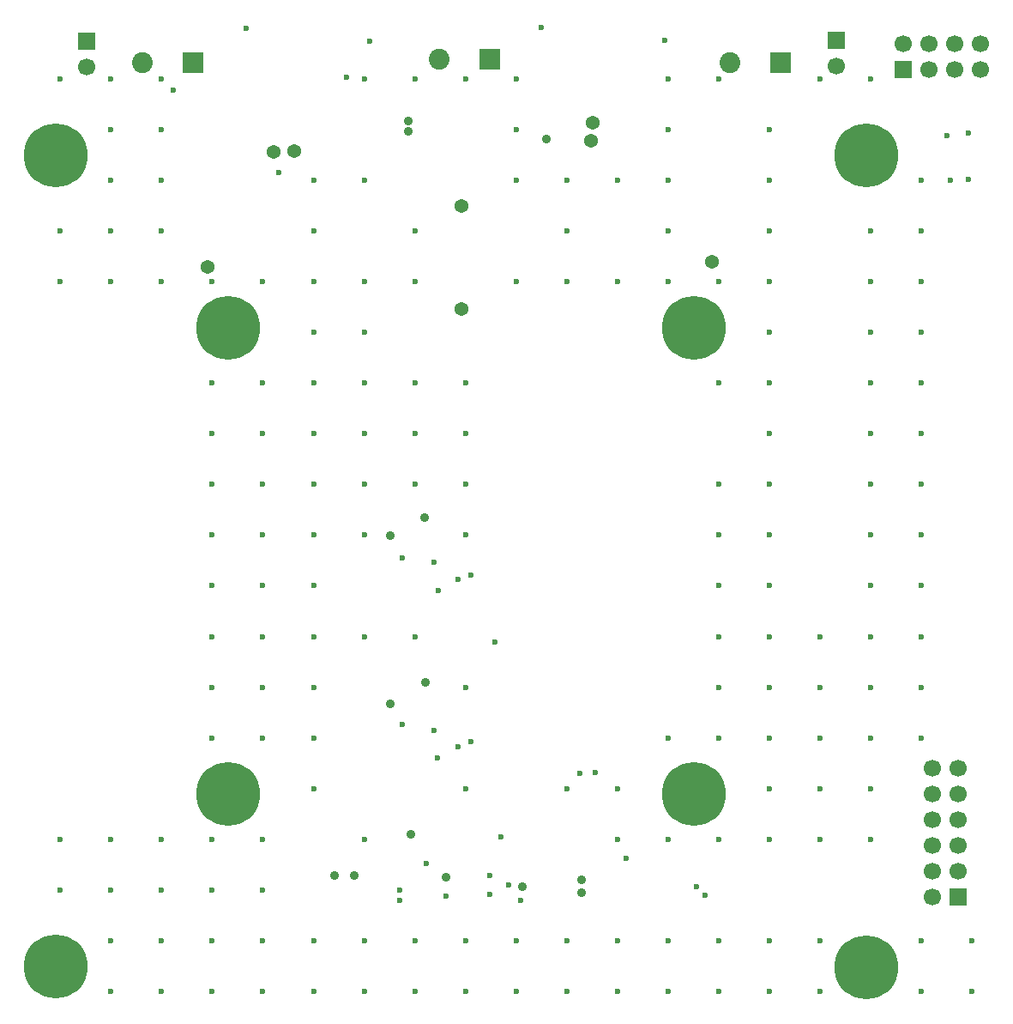
<source format=gbr>
%TF.GenerationSoftware,Altium Limited,Altium Designer,24.0.1 (36)*%
G04 Layer_Color=16711935*
%FSLAX25Y25*%
%MOIN*%
%TF.SameCoordinates,D5D63520-F272-4D0B-AB48-B6EDFC209223*%
%TF.FilePolarity,Negative*%
%TF.FileFunction,Soldermask,Bot*%
%TF.Part,Single*%
G01*
G75*
%TA.AperFunction,ComponentPad*%
%ADD90R,0.08071X0.08071*%
%ADD91C,0.08071*%
%ADD92C,0.06693*%
%ADD93R,0.06693X0.06693*%
%ADD94R,0.06693X0.06693*%
%TA.AperFunction,ViaPad*%
%ADD95C,0.24803*%
%ADD96C,0.02362*%
%ADD97C,0.05394*%
%ADD98C,0.03543*%
D90*
X301181Y370702D02*
D03*
X72835Y370625D02*
D03*
X188147Y372047D02*
D03*
D91*
X281496Y370702D02*
D03*
X53150Y370625D02*
D03*
X168462Y372047D02*
D03*
D92*
X322835Y369202D02*
D03*
X31496Y369125D02*
D03*
X348972Y378063D02*
D03*
X358972D02*
D03*
X368971D02*
D03*
X378972D02*
D03*
Y368063D02*
D03*
X368971D02*
D03*
X358972D02*
D03*
X370236Y56772D02*
D03*
Y66772D02*
D03*
Y76772D02*
D03*
Y86772D02*
D03*
Y96772D02*
D03*
X360236D02*
D03*
Y86772D02*
D03*
Y76772D02*
D03*
Y66772D02*
D03*
Y56772D02*
D03*
Y46772D02*
D03*
D93*
X322835Y379202D02*
D03*
X31496Y379125D02*
D03*
X370236Y46772D02*
D03*
D94*
X348972Y368063D02*
D03*
D95*
X334646Y334646D02*
D03*
X19685Y334646D02*
D03*
X334646Y19230D02*
D03*
X19685Y19685D02*
D03*
X267717Y267717D02*
D03*
X86614D02*
D03*
X267717Y86614D02*
D03*
X86614D02*
D03*
D96*
X367112Y324969D02*
D03*
X374164Y343444D02*
D03*
X366047Y342413D02*
D03*
X374264Y325484D02*
D03*
X355962Y325016D02*
D03*
X375647Y29741D02*
D03*
Y10056D02*
D03*
X355962Y305331D02*
D03*
Y285646D02*
D03*
Y265961D02*
D03*
Y246276D02*
D03*
Y226591D02*
D03*
Y206906D02*
D03*
Y187221D02*
D03*
Y167536D02*
D03*
Y147851D02*
D03*
Y128166D02*
D03*
Y108481D02*
D03*
Y29741D02*
D03*
Y10056D02*
D03*
X336277Y364387D02*
D03*
Y305331D02*
D03*
Y285646D02*
D03*
Y265961D02*
D03*
Y246276D02*
D03*
Y226591D02*
D03*
Y206906D02*
D03*
Y187221D02*
D03*
Y167536D02*
D03*
Y147851D02*
D03*
Y128166D02*
D03*
Y108481D02*
D03*
Y88796D02*
D03*
Y69111D02*
D03*
X316592Y364387D02*
D03*
Y147851D02*
D03*
Y128166D02*
D03*
Y108481D02*
D03*
Y88796D02*
D03*
Y69111D02*
D03*
Y29741D02*
D03*
Y10056D02*
D03*
X296907Y344702D02*
D03*
Y325016D02*
D03*
Y305331D02*
D03*
Y285646D02*
D03*
Y265961D02*
D03*
Y246276D02*
D03*
Y226591D02*
D03*
Y206906D02*
D03*
Y187221D02*
D03*
Y167536D02*
D03*
Y147851D02*
D03*
Y128166D02*
D03*
Y108481D02*
D03*
Y88796D02*
D03*
Y69111D02*
D03*
Y29741D02*
D03*
Y10056D02*
D03*
X277222Y364387D02*
D03*
Y285646D02*
D03*
Y246276D02*
D03*
Y206906D02*
D03*
Y187221D02*
D03*
Y167536D02*
D03*
Y147851D02*
D03*
Y128166D02*
D03*
Y108481D02*
D03*
Y69111D02*
D03*
Y29741D02*
D03*
Y10056D02*
D03*
X257537Y364387D02*
D03*
Y344702D02*
D03*
Y325016D02*
D03*
Y305331D02*
D03*
Y285646D02*
D03*
Y108481D02*
D03*
Y69111D02*
D03*
Y29741D02*
D03*
Y10056D02*
D03*
X237852Y325016D02*
D03*
Y285646D02*
D03*
Y88796D02*
D03*
Y69111D02*
D03*
Y29741D02*
D03*
Y10056D02*
D03*
X218167Y325016D02*
D03*
Y305331D02*
D03*
Y285646D02*
D03*
Y88796D02*
D03*
Y29741D02*
D03*
Y10056D02*
D03*
X198482Y364387D02*
D03*
Y344702D02*
D03*
Y325016D02*
D03*
Y285646D02*
D03*
Y29741D02*
D03*
Y10056D02*
D03*
X178797Y364387D02*
D03*
Y246276D02*
D03*
Y226591D02*
D03*
Y206906D02*
D03*
Y187221D02*
D03*
Y128166D02*
D03*
Y88796D02*
D03*
Y29741D02*
D03*
Y10056D02*
D03*
X159112Y364387D02*
D03*
Y305331D02*
D03*
Y285646D02*
D03*
Y246276D02*
D03*
Y226591D02*
D03*
Y206906D02*
D03*
Y147851D02*
D03*
Y29741D02*
D03*
Y10056D02*
D03*
X139427Y364387D02*
D03*
Y325016D02*
D03*
Y285646D02*
D03*
Y265961D02*
D03*
Y246276D02*
D03*
Y226591D02*
D03*
Y206906D02*
D03*
Y187221D02*
D03*
Y147851D02*
D03*
Y69111D02*
D03*
Y29741D02*
D03*
Y10056D02*
D03*
X119742Y325016D02*
D03*
Y305331D02*
D03*
Y285646D02*
D03*
Y265961D02*
D03*
Y246276D02*
D03*
Y226591D02*
D03*
Y206906D02*
D03*
Y187221D02*
D03*
Y167536D02*
D03*
Y147851D02*
D03*
Y128166D02*
D03*
Y108481D02*
D03*
Y88796D02*
D03*
Y29741D02*
D03*
Y10056D02*
D03*
X100057Y285646D02*
D03*
Y246276D02*
D03*
Y226591D02*
D03*
Y206906D02*
D03*
Y187221D02*
D03*
Y167536D02*
D03*
Y147851D02*
D03*
Y128166D02*
D03*
Y108481D02*
D03*
Y69111D02*
D03*
Y49426D02*
D03*
Y29741D02*
D03*
Y10056D02*
D03*
X80372Y285646D02*
D03*
Y246276D02*
D03*
Y226591D02*
D03*
Y206906D02*
D03*
Y187221D02*
D03*
Y167536D02*
D03*
Y147851D02*
D03*
Y128166D02*
D03*
Y108481D02*
D03*
Y69111D02*
D03*
Y49426D02*
D03*
Y29741D02*
D03*
Y10056D02*
D03*
X60687Y364387D02*
D03*
Y344702D02*
D03*
Y325016D02*
D03*
Y305331D02*
D03*
Y285646D02*
D03*
Y69111D02*
D03*
Y49426D02*
D03*
Y29741D02*
D03*
Y10056D02*
D03*
X41001Y364387D02*
D03*
Y344702D02*
D03*
Y325016D02*
D03*
Y305331D02*
D03*
Y285646D02*
D03*
Y69111D02*
D03*
Y49426D02*
D03*
Y29741D02*
D03*
Y10056D02*
D03*
X21317Y364387D02*
D03*
Y305331D02*
D03*
Y285646D02*
D03*
Y69111D02*
D03*
Y49426D02*
D03*
X166580Y111437D02*
D03*
X166453Y176665D02*
D03*
X106360Y328150D02*
D03*
X65114Y359871D02*
D03*
X132677Y364873D02*
D03*
X141732Y379125D02*
D03*
X93550Y384125D02*
D03*
X256320Y379344D02*
D03*
X208154Y384481D02*
D03*
X180815Y106882D02*
D03*
X223213Y94808D02*
D03*
X229360Y95181D02*
D03*
X272057Y47352D02*
D03*
X268411Y50846D02*
D03*
X180815Y171843D02*
D03*
X168022Y100544D02*
D03*
X168135Y165731D02*
D03*
X175787Y169964D02*
D03*
X154176Y113691D02*
D03*
Y178428D02*
D03*
X188295Y47530D02*
D03*
Y55056D02*
D03*
X163682Y59770D02*
D03*
X195686Y51436D02*
D03*
X241174Y61698D02*
D03*
X192430Y70107D02*
D03*
X190100Y145547D02*
D03*
X200098Y45499D02*
D03*
X171260Y46958D02*
D03*
X153300Y49213D02*
D03*
Y45276D02*
D03*
X175787Y105003D02*
D03*
D97*
X274637Y293307D02*
D03*
X78500Y291339D02*
D03*
X104392Y336130D02*
D03*
X112205Y336416D02*
D03*
X177165Y275000D02*
D03*
Y314961D02*
D03*
X228346Y347297D02*
D03*
X227717Y340453D02*
D03*
D98*
X156710Y344060D02*
D03*
Y348028D02*
D03*
X210205Y341106D02*
D03*
X163050Y193976D02*
D03*
X157480Y70866D02*
D03*
X171260Y54375D02*
D03*
X223909Y53256D02*
D03*
X223909Y48516D02*
D03*
X149606Y121793D02*
D03*
Y186980D02*
D03*
X200765Y50845D02*
D03*
X135433Y54859D02*
D03*
X127953D02*
D03*
X163397Y129921D02*
D03*
%TF.MD5,7448dbace8118c97f9d39b9b3265be04*%
M02*

</source>
